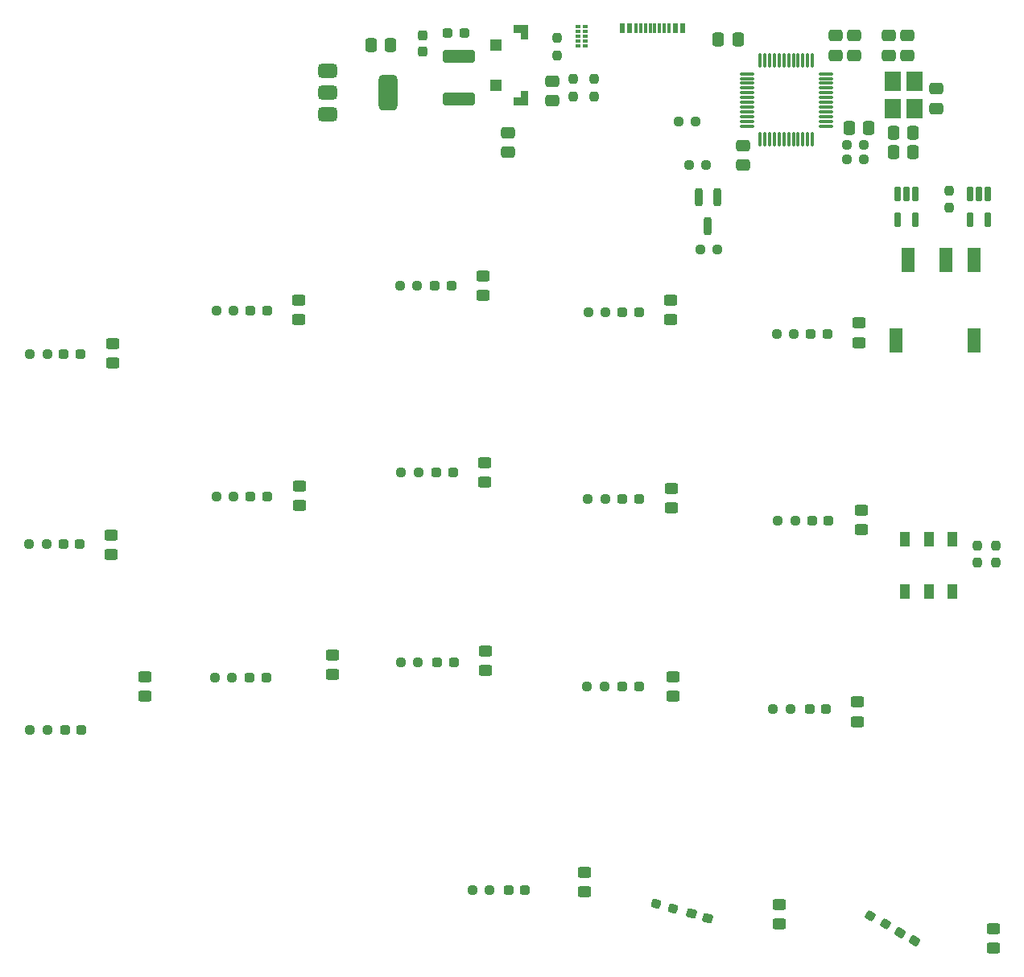
<source format=gbr>
%TF.GenerationSoftware,KiCad,Pcbnew,8.0.8*%
%TF.CreationDate,2025-02-15T19:25:01+01:00*%
%TF.ProjectId,sichergo-left,73696368-6572-4676-9f2d-6c6566742e6b,rev?*%
%TF.SameCoordinates,Original*%
%TF.FileFunction,Paste,Top*%
%TF.FilePolarity,Positive*%
%FSLAX46Y46*%
G04 Gerber Fmt 4.6, Leading zero omitted, Abs format (unit mm)*
G04 Created by KiCad (PCBNEW 8.0.8) date 2025-02-15 19:25:01*
%MOMM*%
%LPD*%
G01*
G04 APERTURE LIST*
G04 Aperture macros list*
%AMRoundRect*
0 Rectangle with rounded corners*
0 $1 Rounding radius*
0 $2 $3 $4 $5 $6 $7 $8 $9 X,Y pos of 4 corners*
0 Add a 4 corners polygon primitive as box body*
4,1,4,$2,$3,$4,$5,$6,$7,$8,$9,$2,$3,0*
0 Add four circle primitives for the rounded corners*
1,1,$1+$1,$2,$3*
1,1,$1+$1,$4,$5*
1,1,$1+$1,$6,$7*
1,1,$1+$1,$8,$9*
0 Add four rect primitives between the rounded corners*
20,1,$1+$1,$2,$3,$4,$5,0*
20,1,$1+$1,$4,$5,$6,$7,0*
20,1,$1+$1,$6,$7,$8,$9,0*
20,1,$1+$1,$8,$9,$2,$3,0*%
%AMFreePoly0*
4,1,17,0.785355,0.785355,0.800000,0.750000,0.800000,-0.750000,0.785355,-0.785355,0.750000,-0.800000,-0.750000,-0.800000,-0.785355,-0.785355,-0.800000,-0.750000,-0.800000,-0.050000,-0.785355,-0.014645,-0.750000,0.000000,-0.100000,0.000000,-0.100000,0.750000,-0.085355,0.785355,-0.050000,0.800000,0.750000,0.800000,0.785355,0.785355,0.785355,0.785355,$1*%
%AMFreePoly1*
4,1,17,0.085355,0.785355,0.100000,0.750000,0.100000,0.000000,0.750000,0.000000,0.785355,-0.014645,0.800000,-0.050000,0.800000,-0.750000,0.785355,-0.785355,0.750000,-0.800000,-0.750000,-0.800000,-0.785355,-0.785355,-0.800000,-0.750000,-0.800000,0.750000,-0.785355,0.785355,-0.750000,0.800000,0.050000,0.800000,0.085355,0.785355,0.085355,0.785355,$1*%
G04 Aperture macros list end*
%ADD10RoundRect,0.237500X0.287500X0.237500X-0.287500X0.237500X-0.287500X-0.237500X0.287500X-0.237500X0*%
%ADD11RoundRect,0.237500X0.250000X0.237500X-0.250000X0.237500X-0.250000X-0.237500X0.250000X-0.237500X0*%
%ADD12RoundRect,0.250000X0.450000X-0.325000X0.450000X0.325000X-0.450000X0.325000X-0.450000X-0.325000X0*%
%ADD13RoundRect,0.162500X-0.162500X0.617500X-0.162500X-0.617500X0.162500X-0.617500X0.162500X0.617500X0*%
%ADD14RoundRect,0.237500X-0.250000X-0.237500X0.250000X-0.237500X0.250000X0.237500X-0.250000X0.237500X0*%
%ADD15R,1.000000X1.500000*%
%ADD16RoundRect,0.250000X0.475000X-0.337500X0.475000X0.337500X-0.475000X0.337500X-0.475000X-0.337500X0*%
%ADD17R,0.550000X1.100000*%
%ADD18R,0.300000X1.100000*%
%ADD19RoundRect,0.250000X-0.475000X0.337500X-0.475000X-0.337500X0.475000X-0.337500X0.475000X0.337500X0*%
%ADD20RoundRect,0.237500X-0.237500X0.250000X-0.237500X-0.250000X0.237500X-0.250000X0.237500X0.250000X0*%
%ADD21RoundRect,0.237500X0.339173X0.154997X-0.216234X0.303818X-0.339173X-0.154997X0.216234X-0.303818X0*%
%ADD22RoundRect,0.375000X-0.625000X-0.375000X0.625000X-0.375000X0.625000X0.375000X-0.625000X0.375000X0*%
%ADD23RoundRect,0.500000X-0.500000X-1.400000X0.500000X-1.400000X0.500000X1.400000X-0.500000X1.400000X0*%
%ADD24RoundRect,0.237500X0.237500X-0.287500X0.237500X0.287500X-0.237500X0.287500X-0.237500X-0.287500X0*%
%ADD25RoundRect,0.250000X-0.337500X-0.475000X0.337500X-0.475000X0.337500X0.475000X-0.337500X0.475000X0*%
%ADD26RoundRect,0.075000X0.662500X0.075000X-0.662500X0.075000X-0.662500X-0.075000X0.662500X-0.075000X0*%
%ADD27RoundRect,0.075000X0.075000X0.662500X-0.075000X0.662500X-0.075000X-0.662500X0.075000X-0.662500X0*%
%ADD28R,1.400000X2.500000*%
%ADD29RoundRect,0.075000X0.200000X-0.075000X0.200000X0.075000X-0.200000X0.075000X-0.200000X-0.075000X0*%
%ADD30RoundRect,0.237500X-0.287500X-0.237500X0.287500X-0.237500X0.287500X0.237500X-0.287500X0.237500X0*%
%ADD31RoundRect,0.237500X-0.335256X-0.080681X0.097756X-0.330681X0.335256X0.080681X-0.097756X0.330681X0*%
%ADD32RoundRect,0.237500X0.237500X-0.250000X0.237500X0.250000X-0.237500X0.250000X-0.237500X-0.250000X0*%
%ADD33RoundRect,0.250000X0.337500X0.475000X-0.337500X0.475000X-0.337500X-0.475000X0.337500X-0.475000X0*%
%ADD34RoundRect,0.250000X-1.450000X0.400000X-1.450000X-0.400000X1.450000X-0.400000X1.450000X0.400000X0*%
%ADD35R,1.800000X2.100000*%
%ADD36RoundRect,0.237500X-0.302951X-0.164703X0.180012X-0.294112X0.302951X0.164703X-0.180012X0.294112X0*%
%ADD37R,1.200000X1.200000*%
%ADD38FreePoly0,90.000000*%
%ADD39FreePoly1,90.000000*%
%ADD40RoundRect,0.237500X0.367732X0.061931X-0.130232X0.349431X-0.367732X-0.061931X0.130232X-0.349431X0*%
%ADD41RoundRect,0.200000X-0.200000X0.750000X-0.200000X-0.750000X0.200000X-0.750000X0.200000X0.750000X0*%
G04 APERTURE END LIST*
D10*
%TO.C,D17*%
X147790500Y-144907000D03*
X146040500Y-144907000D03*
%TD*%
D11*
%TO.C,R8*%
X166825301Y-68580000D03*
X165000299Y-68580000D03*
%TD*%
D10*
%TO.C,D30*%
X179578000Y-86360000D03*
X177828000Y-86360000D03*
%TD*%
D12*
%TO.C,D18*%
X143383000Y-82305000D03*
X143383000Y-80255000D03*
%TD*%
%TO.C,D7*%
X107823000Y-124469000D03*
X107823000Y-122419000D03*
%TD*%
D10*
%TO.C,D16*%
X140283500Y-120904000D03*
X138533500Y-120904000D03*
%TD*%
%TO.C,D32*%
X179460500Y-125857000D03*
X177710500Y-125857000D03*
%TD*%
D11*
%TO.C,R28*%
X168000000Y-77500000D03*
X166175000Y-77500000D03*
%TD*%
D12*
%TO.C,D27*%
X163195000Y-104657000D03*
X163195000Y-102607000D03*
%TD*%
D13*
%TO.C,U6*%
X196444000Y-71661000D03*
X195494000Y-71661000D03*
X194544000Y-71661000D03*
X194544000Y-74361000D03*
X196444000Y-74361000D03*
%TD*%
D12*
%TO.C,D19*%
X143510000Y-101981000D03*
X143510000Y-99931000D03*
%TD*%
D10*
%TO.C,D4*%
X101017000Y-88519000D03*
X99267000Y-88519000D03*
%TD*%
D14*
%TO.C,R12*%
X95711000Y-88519000D03*
X97536000Y-88519000D03*
%TD*%
D15*
%TO.C,SW19*%
X187750000Y-108000000D03*
X190250000Y-108000000D03*
X192750000Y-108000000D03*
X187750000Y-113500000D03*
X190250000Y-113500000D03*
X192750000Y-113500000D03*
%TD*%
D16*
%TO.C,C4*%
X188000000Y-57037500D03*
X188000000Y-54962500D03*
%TD*%
D12*
%TO.C,D11*%
X123952000Y-84836000D03*
X123952000Y-82786000D03*
%TD*%
D17*
%TO.C,USB1*%
X157979999Y-54240001D03*
X158780000Y-54240000D03*
D18*
X159430001Y-54240000D03*
X159930000Y-54240000D03*
X160430000Y-54240001D03*
X160930000Y-54240000D03*
X161430000Y-54240001D03*
X161930000Y-54240000D03*
X162430000Y-54240000D03*
X162930000Y-54240000D03*
D17*
X163580000Y-54240000D03*
X164379999Y-54240001D03*
%TD*%
D10*
%TO.C,D3*%
X101144000Y-128016000D03*
X99394000Y-128016000D03*
%TD*%
D16*
%TO.C,C5*%
X180400000Y-57037500D03*
X180400000Y-54962500D03*
%TD*%
D14*
%TO.C,R10*%
X95607500Y-108458000D03*
X97432500Y-108458000D03*
%TD*%
%TO.C,R15*%
X115142000Y-122555000D03*
X116967000Y-122555000D03*
%TD*%
D12*
%TO.C,D12*%
X124079000Y-104403000D03*
X124079000Y-102353000D03*
%TD*%
D14*
%TO.C,R22*%
X154291000Y-123444000D03*
X156116000Y-123444000D03*
%TD*%
D19*
%TO.C,C13*%
X150600000Y-59762500D03*
X150600000Y-61837500D03*
%TD*%
D16*
%TO.C,C12*%
X182400000Y-57075000D03*
X182400000Y-55000000D03*
%TD*%
D20*
%TO.C,R1*%
X155000000Y-59575000D03*
X155000000Y-61400000D03*
%TD*%
%TO.C,R5*%
X197250000Y-108619599D03*
X197250000Y-110444599D03*
%TD*%
D21*
%TO.C,D25*%
X167005000Y-147828000D03*
X165314630Y-147375066D03*
%TD*%
D14*
%TO.C,R25*%
X174352000Y-106045000D03*
X176177000Y-106045000D03*
%TD*%
%TO.C,R7*%
X181587500Y-67999999D03*
X183412500Y-68000001D03*
%TD*%
D22*
%TO.C,U1*%
X127050001Y-58700000D03*
X127050000Y-60999999D03*
D23*
X133350000Y-61000001D03*
D22*
X127050001Y-63300000D03*
%TD*%
D16*
%TO.C,C3*%
X191000000Y-62637500D03*
X191000000Y-60562500D03*
%TD*%
D19*
%TO.C,C1*%
X146000000Y-65175000D03*
X146000000Y-67250000D03*
%TD*%
D24*
%TO.C,D1*%
X137000000Y-56675001D03*
X137000000Y-54924999D03*
%TD*%
D10*
%TO.C,D15*%
X140180000Y-100965000D03*
X138430000Y-100965000D03*
%TD*%
D12*
%TO.C,D13*%
X127508000Y-122183000D03*
X127508000Y-120133000D03*
%TD*%
D25*
%TO.C,C9*%
X186512500Y-65200000D03*
X188587500Y-65200000D03*
%TD*%
D19*
%TO.C,C8*%
X170688000Y-66548000D03*
X170688000Y-68623000D03*
%TD*%
D26*
%TO.C,U4*%
X179412501Y-64499999D03*
X179412500Y-64000000D03*
X179412500Y-63500000D03*
X179412500Y-63000001D03*
X179412501Y-62499999D03*
X179412500Y-62000000D03*
X179412500Y-61500000D03*
X179412500Y-61000000D03*
X179412499Y-60500000D03*
X179412499Y-59999999D03*
X179412500Y-59500000D03*
X179412499Y-59000000D03*
D27*
X177999999Y-57587499D03*
X177500000Y-57587500D03*
X177000000Y-57587500D03*
X176500001Y-57587500D03*
X175999999Y-57587499D03*
X175500000Y-57587500D03*
X175000000Y-57587500D03*
X174500000Y-57587500D03*
X174000000Y-57587501D03*
X173499999Y-57587501D03*
X173000000Y-57587500D03*
X172500000Y-57587501D03*
D26*
X171087499Y-59000001D03*
X171087500Y-59500000D03*
X171087500Y-60000000D03*
X171087500Y-60499999D03*
X171087499Y-61000001D03*
X171087500Y-61500000D03*
X171087500Y-62000000D03*
X171087500Y-62500000D03*
X171087501Y-63000000D03*
X171087501Y-63500001D03*
X171087500Y-64000000D03*
X171087501Y-64500000D03*
D27*
X172500001Y-65912501D03*
X173000000Y-65912500D03*
X173500000Y-65912500D03*
X173999999Y-65912500D03*
X174500001Y-65912501D03*
X175000000Y-65912500D03*
X175500000Y-65912500D03*
X176000000Y-65912500D03*
X176500000Y-65912499D03*
X177000001Y-65912499D03*
X177500000Y-65912500D03*
X178000000Y-65912499D03*
%TD*%
D25*
%TO.C,C6*%
X181850000Y-64700000D03*
X183925000Y-64700000D03*
%TD*%
D28*
%TO.C,Audio1*%
X186800000Y-87054000D03*
X195000000Y-78554000D03*
X192000000Y-78554001D03*
X188100000Y-78554000D03*
X195000000Y-87054000D03*
%TD*%
D10*
%TO.C,D2*%
X100974500Y-108458000D03*
X99224500Y-108458000D03*
%TD*%
D12*
%TO.C,D36*%
X182753000Y-127145000D03*
X182753000Y-125095000D03*
%TD*%
D29*
%TO.C,U2*%
X154105800Y-56067200D03*
X154105800Y-55567200D03*
X154105800Y-55067200D03*
X154105800Y-54567200D03*
X154105800Y-54067200D03*
X153335800Y-54067200D03*
X153335800Y-54567200D03*
X153335800Y-55067200D03*
X153335800Y-55567200D03*
X153335800Y-56067200D03*
%TD*%
D12*
%TO.C,D35*%
X183134000Y-106943000D03*
X183134000Y-104893000D03*
%TD*%
D20*
%TO.C,R2*%
X152800000Y-59575000D03*
X152800000Y-61400000D03*
%TD*%
D10*
%TO.C,D9*%
X120645500Y-103505000D03*
X118895500Y-103505000D03*
%TD*%
%TO.C,D23*%
X159738000Y-103759000D03*
X157988000Y-103759000D03*
%TD*%
D30*
%TO.C,L1*%
X139625000Y-54750000D03*
X141375000Y-54750000D03*
%TD*%
D14*
%TO.C,R17*%
X134747000Y-100965000D03*
X136572000Y-100965000D03*
%TD*%
%TO.C,R24*%
X174220500Y-86360000D03*
X176045500Y-86360000D03*
%TD*%
D31*
%TO.C,R27*%
X184093504Y-147550500D03*
X185674000Y-148463000D03*
%TD*%
D12*
%TO.C,D6*%
X104267000Y-109601000D03*
X104267000Y-107551000D03*
%TD*%
%TO.C,D5*%
X104394000Y-89417000D03*
X104394000Y-87367000D03*
%TD*%
D32*
%TO.C,R9*%
X192385000Y-73105000D03*
X192385000Y-71280000D03*
%TD*%
D12*
%TO.C,D37*%
X197000000Y-151000000D03*
X197000000Y-148950000D03*
%TD*%
D13*
%TO.C,U5*%
X188844000Y-71628000D03*
X187894000Y-71628000D03*
X186944000Y-71628000D03*
X186944000Y-74328000D03*
X188844000Y-74328000D03*
%TD*%
D14*
%TO.C,R21*%
X154385000Y-103759000D03*
X156210000Y-103759000D03*
%TD*%
%TO.C,R26*%
X173839500Y-125857000D03*
X175664500Y-125857000D03*
%TD*%
%TO.C,R18*%
X134700000Y-120904000D03*
X136525000Y-120904000D03*
%TD*%
D12*
%TO.C,D34*%
X182880000Y-87267000D03*
X182880000Y-85217000D03*
%TD*%
D25*
%TO.C,C10*%
X186512500Y-67250000D03*
X188587500Y-67250000D03*
%TD*%
D14*
%TO.C,R16*%
X134620000Y-81280000D03*
X136445000Y-81280000D03*
%TD*%
D33*
%TO.C,C2*%
X133637500Y-56000000D03*
X131562500Y-56000000D03*
%TD*%
D14*
%TO.C,R20*%
X154432000Y-84074000D03*
X156257000Y-84074000D03*
%TD*%
%TO.C,R13*%
X115316000Y-83947000D03*
X117141000Y-83947000D03*
%TD*%
%TO.C,R19*%
X142216500Y-144907000D03*
X144041500Y-144907000D03*
%TD*%
D34*
%TO.C,F1*%
X140800000Y-57175000D03*
X140800000Y-61625000D03*
%TD*%
D12*
%TO.C,D28*%
X163322000Y-124469000D03*
X163322000Y-122419000D03*
%TD*%
D14*
%TO.C,R31*%
X163887500Y-64000000D03*
X165712500Y-64000000D03*
%TD*%
%TO.C,R14*%
X115292500Y-103505000D03*
X117117500Y-103505000D03*
%TD*%
D10*
%TO.C,D10*%
X120575000Y-122555000D03*
X118825000Y-122555000D03*
%TD*%
D20*
%TO.C,R3*%
X151180800Y-55221500D03*
X151180800Y-57046500D03*
%TD*%
D35*
%TO.C,Y1*%
X186449999Y-59750000D03*
X186449998Y-62650002D03*
X188749999Y-62650002D03*
X188750000Y-59750000D03*
%TD*%
D10*
%TO.C,D24*%
X159738000Y-123444000D03*
X157988000Y-123444000D03*
%TD*%
D36*
%TO.C,R23*%
X161559186Y-146339656D03*
X163322000Y-146812000D03*
%TD*%
D10*
%TO.C,D8*%
X120669000Y-83947000D03*
X118919000Y-83947000D03*
%TD*%
%TO.C,D31*%
X179705000Y-106045000D03*
X177955000Y-106045000D03*
%TD*%
D16*
%TO.C,C11*%
X186000000Y-57037500D03*
X186000000Y-54962500D03*
%TD*%
D10*
%TO.C,D14*%
X140053000Y-81280000D03*
X138303000Y-81280000D03*
%TD*%
D11*
%TO.C,R6*%
X183412500Y-66500002D03*
X181587500Y-66500000D03*
%TD*%
D32*
%TO.C,R4*%
X195345000Y-110444599D03*
X195345000Y-108619599D03*
%TD*%
D33*
%TO.C,C7*%
X170180000Y-55372000D03*
X168105000Y-55372000D03*
%TD*%
D37*
%TO.C,U3*%
X144750000Y-60190000D03*
X144750000Y-56000000D03*
D38*
X147310000Y-54640000D03*
D39*
X147310000Y-61540000D03*
%TD*%
D40*
%TO.C,D33*%
X188713544Y-150227000D03*
X187198000Y-149352000D03*
%TD*%
D14*
%TO.C,R11*%
X95711000Y-128016000D03*
X97536000Y-128016000D03*
%TD*%
D12*
%TO.C,D26*%
X163068000Y-84836000D03*
X163068000Y-82786000D03*
%TD*%
D10*
%TO.C,D22*%
X159785000Y-84074000D03*
X158035000Y-84074000D03*
%TD*%
D12*
%TO.C,D29*%
X174498000Y-148472000D03*
X174498000Y-146422000D03*
%TD*%
%TO.C,D21*%
X154051000Y-145043000D03*
X154051000Y-142993000D03*
%TD*%
D41*
%TO.C,Q1*%
X167950000Y-72000000D03*
X166050000Y-72000000D03*
X167000000Y-75000000D03*
%TD*%
D12*
%TO.C,D20*%
X143637000Y-121802000D03*
X143637000Y-119752000D03*
%TD*%
M02*

</source>
